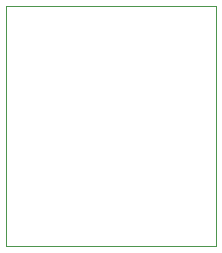
<source format=gbr>
%TF.GenerationSoftware,KiCad,Pcbnew,(6.0.0)*%
%TF.CreationDate,2022-01-24T17:52:03-05:00*%
%TF.ProjectId,LED direction board,4c454420-6469-4726-9563-74696f6e2062,rev?*%
%TF.SameCoordinates,Original*%
%TF.FileFunction,Profile,NP*%
%FSLAX46Y46*%
G04 Gerber Fmt 4.6, Leading zero omitted, Abs format (unit mm)*
G04 Created by KiCad (PCBNEW (6.0.0)) date 2022-01-24 17:52:03*
%MOMM*%
%LPD*%
G01*
G04 APERTURE LIST*
%TA.AperFunction,Profile*%
%ADD10C,0.100000*%
%TD*%
G04 APERTURE END LIST*
D10*
X133350000Y-97790000D02*
X133350000Y-77470000D01*
X115570000Y-77470000D02*
X115570000Y-97790000D01*
X133350000Y-77470000D02*
X115570000Y-77470000D01*
X115570000Y-97790000D02*
X133350000Y-97790000D01*
M02*

</source>
